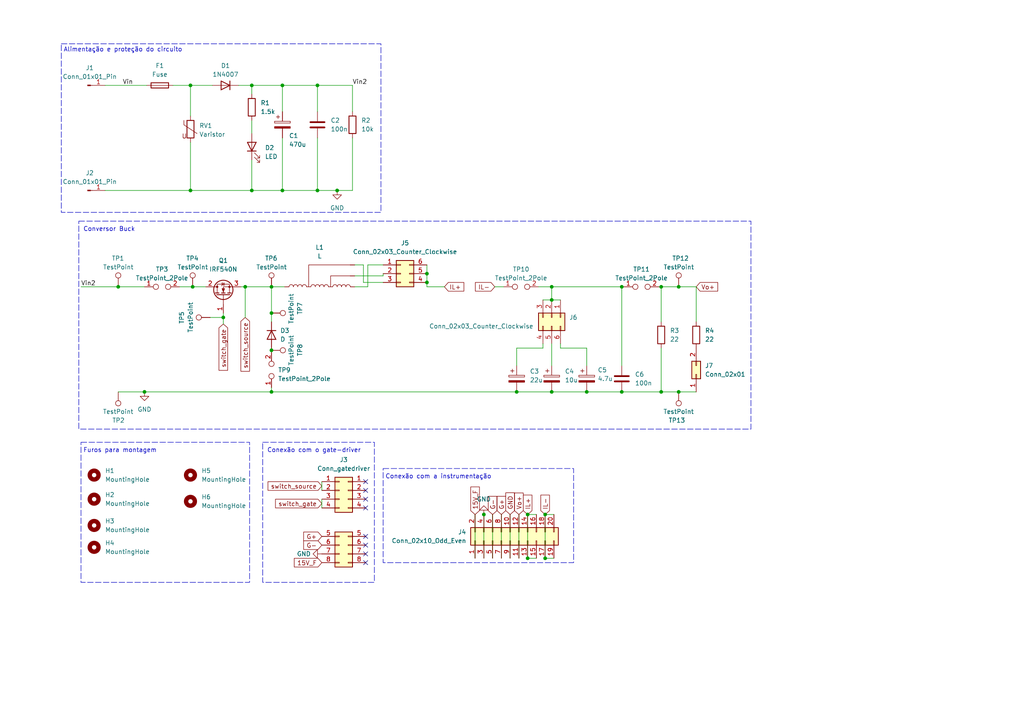
<source format=kicad_sch>
(kicad_sch (version 20230121) (generator eeschema)
  (paper "A4")
  (lib_symbols
    (symbol "Conn_gate_driver_1" (pin_names (offset 1.016) hide)
      (property "Reference" "J" (at 1.27 5.08 0))
      (property "Value" "Conn_gatedriver" (at 1.27 -7.62 0))
      (symbol "Conn_gate_driver_1_1_1"
        (rectangle (start -1.27 -4.953) (end 0 -5.207) (stroke (width 0.1524)))
        (rectangle (start -1.27 -2.413) (end 0 -2.667) (stroke (width 0.1524)))
        (rectangle (start -1.27 0.127) (end 0 -0.127) (stroke (width 0.1524)))
        (rectangle (start -1.27 2.667) (end 0 2.413) (stroke (width 0.1524)))
        (rectangle (start -1.27 3.81) (end 3.81 -6.35) (stroke (width 0.254)) (fill (type background)))
        (rectangle (start -1.27 10.922) (end 0 10.668) (stroke (width 0.1524)))
        (rectangle (start -1.27 13.462) (end 0 13.208) (stroke (width 0.1524)))
        (rectangle (start -1.27 16.002) (end 0 15.748) (stroke (width 0.1524)))
        (rectangle (start -1.27 18.542) (end 0 18.288) (stroke (width 0.1524)))
        (rectangle (start -1.27 19.685) (end 3.81 9.525) (stroke (width 0.254)) (fill (type background)))
        (rectangle (start 3.81 -4.953) (end 2.54 -5.207) (stroke (width 0.1524)))
        (rectangle (start 3.81 -2.413) (end 2.54 -2.667) (stroke (width 0.1524)))
        (rectangle (start 3.81 0.127) (end 2.54 -0.127) (stroke (width 0.1524)))
        (rectangle (start 3.81 2.667) (end 2.54 2.413) (stroke (width 0.1524)))
        (rectangle (start 3.81 10.922) (end 2.54 10.668) (stroke (width 0.1524)))
        (rectangle (start 3.81 13.462) (end 2.54 13.208) (stroke (width 0.1524)))
        (rectangle (start 3.81 16.002) (end 2.54 15.748) (stroke (width 0.1524)))
        (rectangle (start 3.81 18.542) (end 2.54 18.288) (stroke (width 0.1524)))
        (pin passive line (at -5.08 18.415 0) (length 3.81) (name "Pin_1") (number "1"))
        (pin passive line (at 7.62 18.415 180) (length 3.81) (name "Pin_2") (number "1"))
        (pin passive line (at -5.08 15.875 0) (length 3.81) (name "Pin_3") (number "2"))
        (pin passive line (at 7.62 15.875 180) (length 3.81) (name "Pin_4") (number "2"))
        (pin passive line (at -5.08 13.335 0) (length 3.81) (name "Pin_5") (number "3"))
        (pin passive line (at 7.62 13.335 180) (length 3.81) (name "Pin_6") (number "3"))
        (pin passive line (at -5.08 10.795 0) (length 3.81) (name "Pin_7") (number "4"))
        (pin passive line (at 7.62 10.795 180) (length 3.81) (name "Pin_8") (number "4"))
        (pin passive line (at 7.62 2.54 180) (length 3.81) (name "Pin_10") (number "5"))
        (pin passive line (at -5.08 2.54 0) (length 3.81) (name "Pin_9") (number "5"))
        (pin passive line (at -5.08 0 0) (length 3.81) (name "Pin_11") (number "6"))
        (pin passive line (at 7.62 0 180) (length 3.81) (name "Pin_12") (number "6"))
        (pin passive line (at -5.08 -2.54 0) (length 3.81) (name "Pin_13") (number "7"))
        (pin passive line (at 7.62 -2.54 180) (length 3.81) (name "Pin_14") (number "7"))
        (pin passive line (at -5.08 -5.08 0) (length 3.81) (name "Pin_15") (number "8"))
        (pin passive line (at 7.62 -5.08 180) (length 3.81) (name "Pin_16") (number "8"))
      )
    )
    (symbol "Connector:Conn_01x01_Pin" (pin_names (offset 1.016) hide)
      (property "Reference" "J" (at 0 2.54 0))
      (property "Value" "Conn_01x01_Pin" (at 0 -2.54 0))
      (symbol "Conn_01x01_Pin_1_1"
        (polyline (pts (xy 1.27 0) (xy 0.8636 0)) (stroke (width 0.1524)))
        (rectangle (start 0.8636 0.127) (end 0 -0.127) (stroke (width 0.1524)) (fill (type outline)))
        (pin passive line (at 5.08 0 180) (length 3.81) (name "Pin_1") (number "1"))
      )
    )
    (symbol "Connector:TestPoint" (pin_numbers hide) (pin_names (offset 0.762) hide)
      (property "Reference" "TP" (at 0 6.858 0))
      (property "Value" "TestPoint" (at 0 5.08 0))
      (symbol "TestPoint_0_1"
        (circle (center 0 3.302) (radius 0.762))
      )
      (symbol "TestPoint_1_1"
        (pin passive line (at 0 0 90) (length 2.54) (name "1") (number "1"))
      )
    )
    (symbol "Connector:TestPoint_2Pole" (pin_names (offset 0.762) hide)
      (property "Reference" "TP" (at 0 1.524 0))
      (property "Value" "TestPoint_2Pole" (at 0 -1.778 0))
      (symbol "TestPoint_2Pole_0_1"
        (circle (center -1.778 0) (radius 0.762))
        (circle (center 1.778 0) (radius 0.762))
        (pin passive line (at -5.08 0 0) (length 2.54) (name "1") (number "1"))
        (pin passive line (at 5.08 0 180) (length 2.54) (name "2") (number "2"))
      )
    )
    (symbol "Connector_Generic:Conn_02x01" (pin_names (offset 1.016) hide)
      (property "Reference" "J" (at 1.27 2.54 0))
      (property "Value" "Conn_02x01" (at 1.27 -2.54 0))
      (symbol "Conn_02x01_1_1"
        (rectangle (start -1.27 0.127) (end 0 -0.127) (stroke (width 0.1524)))
        (rectangle (start -1.27 1.27) (end 3.81 -1.27) (stroke (width 0.254)) (fill (type background)))
        (rectangle (start 3.81 0.127) (end 2.54 -0.127) (stroke (width 0.1524)))
        (pin passive line (at -5.08 0 0) (length 3.81) (name "Pin_1") (number "1"))
        (pin passive line (at 7.62 0 180) (length 3.81) (name "Pin_2") (number "2"))
      )
    )
    (symbol "Connector_Generic:Conn_02x03_Counter_Clockwise" (pin_names (offset 1.016) hide)
      (property "Reference" "J" (at 1.27 5.08 0))
      (property "Value" "Conn_02x03_Counter_Clockwise" (at 1.27 -5.08 0))
      (symbol "Conn_02x03_Counter_Clockwise_1_1"
        (rectangle (start -1.27 -2.413) (end 0 -2.667) (stroke (width 0.1524)))
        (rectangle (start -1.27 0.127) (end 0 -0.127) (stroke (width 0.1524)))
        (rectangle (start -1.27 2.667) (end 0 2.413) (stroke (width 0.1524)))
        (rectangle (start -1.27 3.81) (end 3.81 -3.81) (stroke (width 0.254)) (fill (type background)))
        (rectangle (start 3.81 -2.413) (end 2.54 -2.667) (stroke (width 0.1524)))
        (rectangle (start 3.81 0.127) (end 2.54 -0.127) (stroke (width 0.1524)))
        (rectangle (start 3.81 2.667) (end 2.54 2.413) (stroke (width 0.1524)))
        (pin passive line (at -5.08 2.54 0) (length 3.81) (name "Pin_1") (number "1"))
        (pin passive line (at -5.08 0 0) (length 3.81) (name "Pin_2") (number "2"))
        (pin passive line (at -5.08 -2.54 0) (length 3.81) (name "Pin_3") (number "3"))
        (pin passive line (at 7.62 -2.54 180) (length 3.81) (name "Pin_4") (number "4"))
        (pin passive line (at 7.62 0 180) (length 3.81) (name "Pin_5") (number "5"))
        (pin passive line (at 7.62 2.54 180) (length 3.81) (name "Pin_6") (number "6"))
      )
    )
    (symbol "Connector_Generic:Conn_02x10_Odd_Even" (pin_names (offset 1.016) hide)
      (property "Reference" "J" (at 1.27 12.7 0))
      (property "Value" "Conn_02x10_Odd_Even" (at 1.27 -15.24 0))
      (symbol "Conn_02x10_Odd_Even_1_1"
        (rectangle (start -1.27 -12.573) (end 0 -12.827) (stroke (width 0.1524)))
        (rectangle (start -1.27 -10.033) (end 0 -10.287) (stroke (width 0.1524)))
        (rectangle (start -1.27 -7.493) (end 0 -7.747) (stroke (width 0.1524)))
        (rectangle (start -1.27 -4.953) (end 0 -5.207) (stroke (width 0.1524)))
        (rectangle (start -1.27 -2.413) (end 0 -2.667) (stroke (width 0.1524)))
        (rectangle (start -1.27 0.127) (end 0 -0.127) (stroke (width 0.1524)))
        (rectangle (start -1.27 2.667) (end 0 2.413) (stroke (width 0.1524)))
        (rectangle (start -1.27 5.207) (end 0 4.953) (stroke (width 0.1524)))
        (rectangle (start -1.27 7.747) (end 0 7.493) (stroke (width 0.1524)))
        (rectangle (start -1.27 10.287) (end 0 10.033) (stroke (width 0.1524)))
        (rectangle (start -1.27 11.43) (end 3.81 -13.97) (stroke (width 0.254)) (fill (type background)))
        (rectangle (start 3.81 -12.573) (end 2.54 -12.827) (stroke (width 0.1524)))
        (rectangle (start 3.81 -10.033) (end 2.54 -10.287) (stroke (width 0.1524)))
        (rectangle (start 3.81 -7.493) (end 2.54 -7.747) (stroke (width 0.1524)))
        (rectangle (start 3.81 -4.953) (end 2.54 -5.207) (stroke (width 0.1524)))
        (rectangle (start 3.81 -2.413) (end 2.54 -2.667) (stroke (width 0.1524)))
        (rectangle (start 3.81 0.127) (end 2.54 -0.127) (stroke (width 0.1524)))
        (rectangle (start 3.81 2.667) (end 2.54 2.413) (stroke (width 0.1524)))
        (rectangle (start 3.81 5.207) (end 2.54 4.953) (stroke (width 0.1524)))
        (rectangle (start 3.81 7.747) (end 2.54 7.493) (stroke (width 0.1524)))
        (rectangle (start 3.81 10.287) (end 2.54 10.033) (stroke (width 0.1524)))
        (pin passive line (at -5.08 10.16 0) (length 3.81) (name "Pin_1") (number "1"))
        (pin passive line (at 7.62 0 180) (length 3.81) (name "Pin_10") (number "10"))
        (pin passive line (at -5.08 -2.54 0) (length 3.81) (name "Pin_11") (number "11"))
        (pin passive line (at 7.62 -2.54 180) (length 3.81) (name "Pin_12") (number "12"))
        (pin passive line (at -5.08 -5.08 0) (length 3.81) (name "Pin_13") (number "13"))
        (pin passive line (at 7.62 -5.08 180) (length 3.81) (name "Pin_14") (number "14"))
        (pin passive line (at -5.08 -7.62 0) (length 3.81) (name "Pin_15") (number "15"))
        (pin passive line (at 7.62 -7.62 180) (length 3.81) (name "Pin_16") (number "16"))
        (pin passive line (at -5.08 -10.16 0) (length 3.81) (name "Pin_17") (number "17"))
        (pin passive line (at 7.62 -10.16 180) (length 3.81) (name "Pin_18") (number "18"))
        (pin passive line (at -5.08 -12.7 0) (length 3.81) (name "Pin_19") (number "19"))
        (pin passive line (at 7.62 10.16 180) (length 3.81) (name "Pin_2") (number "2"))
        (pin passive line (at 7.62 -12.7 180) (length 3.81) (name "Pin_20") (number "20"))
        (pin passive line (at -5.08 7.62 0) (length 3.81) (name "Pin_3") (number "3"))
        (pin passive line (at 7.62 7.62 180) (length 3.81) (name "Pin_4") (number "4"))
        (pin passive line (at -5.08 5.08 0) (length 3.81) (name "Pin_5") (number "5"))
        (pin passive line (at 7.62 5.08 180) (length 3.81) (name "Pin_6") (number "6"))
        (pin passive line (at -5.08 2.54 0) (length 3.81) (name "Pin_7") (number "7"))
        (pin passive line (at 7.62 2.54 180) (length 3.81) (name "Pin_8") (number "8"))
        (pin passive line (at -5.08 0 0) (length 3.81) (name "Pin_9") (number "9"))
      )
    )
    (symbol "Device:C" (pin_numbers hide) (pin_names (offset 0.254))
      (property "Reference" "C" (at 0.635 2.54 0))
      (property "Value" "C" (at 0.635 -2.54 0))
      (symbol "C_0_1"
        (polyline (pts (xy -2.032 -0.762) (xy 2.032 -0.762)) (stroke (width 0.508)))
        (polyline (pts (xy -2.032 0.762) (xy 2.032 0.762)) (stroke (width 0.508)))
      )
      (symbol "C_1_1"
        (pin passive line (at 0 3.81 270) (length 2.794) (name "~") (number "1"))
        (pin passive line (at 0 -3.81 90) (length 2.794) (name "~") (number "2"))
      )
    )
    (symbol "Device:C_Polarized" (pin_numbers hide) (pin_names (offset 0.254))
      (property "Reference" "C" (at 0.635 2.54 0))
      (property "Value" "C_Polarized" (at 0.635 -2.54 0))
      (symbol "C_Polarized_0_1"
        (rectangle (start -2.286 0.508) (end 2.286 1.016))
        (polyline (pts (xy -1.778 2.286) (xy -0.762 2.286)))
        (polyline (pts (xy -1.27 2.794) (xy -1.27 1.778)))
        (rectangle (start 2.286 -0.508) (end -2.286 -1.016) (fill (type outline)))
      )
      (symbol "C_Polarized_1_1"
        (pin passive line (at 0 3.81 270) (length 2.794) (name "~") (number "1"))
        (pin passive line (at 0 -3.81 90) (length 2.794) (name "~") (number "2"))
      )
    )
    (symbol "Device:D" (pin_numbers hide) (pin_names (offset 1.016) hide)
      (property "Reference" "D" (at 0 2.54 0))
      (property "Value" "D" (at 0 -2.54 0))
      (symbol "D_0_1"
        (polyline (pts (xy -1.27 1.27) (xy -1.27 -1.27)) (stroke (width 0.254)))
        (polyline (pts (xy 1.27 0) (xy -1.27 0)))
        (polyline (pts (xy 1.27 1.27) (xy 1.27 -1.27) (xy -1.27 0) (xy 1.27 1.27)) (stroke (width 0.254)))
      )
      (symbol "D_1_1"
        (pin passive line (at -3.81 0 0) (length 2.54) (name "K") (number "1"))
        (pin passive line (at 3.81 0 180) (length 2.54) (name "A") (number "2"))
      )
    )
    (symbol "Device:Fuse" (pin_numbers hide) (pin_names (offset 0))
      (property "Reference" "F" (at 2.032 0 90))
      (property "Value" "Fuse" (at -1.905 0 90))
      (symbol "Fuse_0_1"
        (rectangle (start -0.762 -2.54) (end 0.762 2.54) (stroke (width 0.254)))
        (polyline (pts (xy 0 2.54) (xy 0 -2.54)))
      )
      (symbol "Fuse_1_1"
        (pin passive line (at 0 3.81 270) (length 1.27) (name "~") (number "1"))
        (pin passive line (at 0 -3.81 90) (length 1.27) (name "~") (number "2"))
      )
    )
    (symbol "Device:LED" (pin_numbers hide) (pin_names (offset 1.016) hide)
      (property "Reference" "D" (at 0 2.54 0))
      (property "Value" "LED" (at 0 -2.54 0))
      (symbol "LED_0_1"
        (polyline (pts (xy -1.27 -1.27) (xy -1.27 1.27)) (stroke (width 0.254)))
        (polyline (pts (xy -1.27 0) (xy 1.27 0)))
        (polyline (pts (xy 1.27 -1.27) (xy 1.27 1.27) (xy -1.27 0) (xy 1.27 -1.27)) (stroke (width 0.254)))
        (polyline (pts (xy -3.048 -0.762) (xy -4.572 -2.286) (xy -3.81 -2.286) (xy -4.572 -2.286) (xy -4.572 -1.524)))
        (polyline (pts (xy -1.778 -0.762) (xy -3.302 -2.286) (xy -2.54 -2.286) (xy -3.302 -2.286) (xy -3.302 -1.524)))
      )
      (symbol "LED_1_1"
        (pin passive line (at -3.81 0 0) (length 2.54) (name "K") (number "1"))
        (pin passive line (at 3.81 0 180) (length 2.54) (name "A") (number "2"))
      )
    )
    (symbol "Device:R" (pin_numbers hide) (pin_names (offset 0))
      (property "Reference" "R" (at 2.032 0 90))
      (property "Value" "R" (at 0 0 90))
      (symbol "R_0_1"
        (rectangle (start -1.016 -2.54) (end 1.016 2.54) (stroke (width 0.254)))
      )
      (symbol "R_1_1"
        (pin passive line (at 0 3.81 270) (length 1.27) (name "~") (number "1"))
        (pin passive line (at 0 -3.81 90) (length 1.27) (name "~") (number "2"))
      )
    )
    (symbol "Device:Varistor" (pin_numbers hide) (pin_names (offset 0))
      (property "Reference" "RV" (at 3.175 0 90))
      (property "Value" "Varistor" (at -3.175 0 90))
      (symbol "Varistor_0_0"
        (text "U" (at -1.778 -2.032 0) (effects (font (size 1.27 1.27))))
      )
      (symbol "Varistor_0_1"
        (rectangle (start -1.016 -2.54) (end 1.016 2.54) (stroke (width 0.254)))
        (polyline (pts (xy -1.905 2.54) (xy -1.905 1.27) (xy 1.905 -1.27)))
      )
      (symbol "Varistor_1_1"
        (pin passive line (at 0 3.81 270) (length 1.27) (name "~") (number "1"))
        (pin passive line (at 0 -3.81 90) (length 1.27) (name "~") (number "2"))
      )
    )
    (symbol "Diode:1N4007" (pin_numbers hide) (pin_names (offset 1.016) hide)
      (property "Reference" "D" (at 0 2.54 0))
      (property "Value" "1N4007" (at 0 -2.54 0))
      (symbol "1N4007_0_1"
        (polyline (pts (xy -1.27 1.27) (xy -1.27 -1.27)) (stroke (width 0.254)))
        (polyline (pts (xy 1.27 0) (xy -1.27 0)))
        (polyline (pts (xy 1.27 1.27) (xy 1.27 -1.27) (xy -1.27 0) (xy 1.27 1.27)) (stroke (width 0.254)))
      )
      (symbol "1N4007_1_1"
        (pin passive line (at -3.81 0 0) (length 2.54) (name "K") (number "1"))
        (pin passive line (at 3.81 0 180) (length 2.54) (name "A") (number "2"))
      )
    )
    (symbol "Mechanical:MountingHole" (pin_names (offset 1.016))
      (property "Reference" "H" (at 0 5.08 0))
      (property "Value" "MountingHole" (at 0 3.175 0))
      (symbol "MountingHole_0_1"
        (circle (center 0 0) (radius 1.27) (stroke (width 1.27)))
      )
    )
    (symbol "New_Library:L_triple" (pin_numbers hide) (pin_names (offset 1.016) hide)
      (property "Reference" "L" (at -1.27 0 90))
      (property "Value" "L" (at 1.905 0 90))
      (symbol "L_triple_0_1"
        (arc (start 0 -2.54) (mid 0.6323 -1.905) (end 0 -1.27))
        (arc (start 0 -1.27) (mid 0.6323 -0.635) (end 0 0))
        (polyline (pts (xy 0 2.54) (xy 0 3.81)))
        (polyline (pts (xy 0 3.175) (xy 3.175 3.175) (xy 3.175 -2.54)))
        (polyline (pts (xy 0 8.89) (xy 0 10.16) (xy 0 9.525)))
        (polyline (pts (xy 0 9.525) (xy 6.35 9.525) (xy 6.35 -2.54)))
        (arc (start 0 0) (mid 0.6323 0.635) (end 0 1.27))
        (arc (start 0 1.27) (mid 0.6323 1.905) (end 0 2.54))
        (arc (start 0.0027 3.81) (mid 0.635 4.445) (end 0.0027 5.08))
        (arc (start 0.0027 5.08) (mid 0.635 5.715) (end 0.0027 6.35))
        (arc (start 0.0027 6.35) (mid 0.635 6.985) (end 0.0027 7.62))
        (arc (start 0.0027 7.62) (mid 0.635 8.255) (end 0.0027 8.89))
        (arc (start 0.0027 10.16) (mid 0.635 10.795) (end 0.0027 11.43))
        (arc (start 0.0027 11.43) (mid 0.635 12.065) (end 0.0027 12.7))
        (arc (start 0.0027 12.7) (mid 0.635 13.335) (end 0.0027 13.97))
        (arc (start 0.0027 13.97) (mid 0.635 14.605) (end 0.0027 15.24))
      )
      (symbol "L_triple_1_1"
        (pin passive line (at 0 16.51 270) (length 1.27) (name "1") (number "1"))
        (pin passive line (at 6.35 -3.81 90) (length 1.27) (name "2") (number "2"))
        (pin passive line (at 3.175 -3.81 90) (length 1.27) (name "3") (number "3"))
        (pin passive line (at 0 -3.81 90) (length 1.27) (name "4") (number "4"))
      )
    )
    (symbol "Transistor_FET:IRF540N" (pin_names hide)
      (property "Reference" "Q" (at 6.35 1.905 0))
      (property "Value" "IRF540N" (at 6.35 0 0))
      (symbol "IRF540N_0_1"
        (polyline (pts (xy 0.254 0) (xy -2.54 0)))
        (polyline (pts (xy 0.254 1.905) (xy 0.254 -1.905)) (stroke (width 0.254)))
        (polyline (pts (xy 0.762 -1.27) (xy 0.762 -2.286)) (stroke (width 0.254)))
        (polyline (pts (xy 0.762 0.508) (xy 0.762 -0.508)) (stroke (width 0.254)))
        (polyline (pts (xy 0.762 2.286) (xy 0.762 1.27)) (stroke (width 0.254)))
        (polyline (pts (xy 2.54 2.54) (xy 2.54 1.778)))
        (polyline (pts (xy 2.54 -2.54) (xy 2.54 0) (xy 0.762 0)))
        (polyline (pts (xy 0.762 -1.778) (xy 3.302 -1.778) (xy 3.302 1.778) (xy 0.762 1.778)))
        (polyline (pts (xy 1.016 0) (xy 2.032 0.381) (xy 2.032 -0.381) (xy 1.016 0)) (fill (type outline)))
        (polyline (pts (xy 2.794 0.508) (xy 2.921 0.381) (xy 3.683 0.381) (xy 3.81 0.254)))
        (polyline (pts (xy 3.302 0.381) (xy 2.921 -0.254) (xy 3.683 -0.254) (xy 3.302 0.381)))
        (circle (center 1.651 0) (radius 2.794) (stroke (width 0.254)))
        (circle (center 2.54 -1.778) (radius 0.254) (fill (type outline)))
        (circle (center 2.54 1.778) (radius 0.254) (fill (type outline)))
      )
      (symbol "IRF540N_1_1"
        (pin input line (at -5.08 0 0) (length 2.54) (name "G") (number "1"))
        (pin passive line (at 2.54 5.08 270) (length 2.54) (name "D") (number "2"))
        (pin passive line (at 2.54 -5.08 90) (length 2.54) (name "S") (number "3"))
      )
    )
    (symbol "power:GND" (power) (pin_names (offset 0))
      (property "Value" "GND" (at 0 -3.81 0))
      (symbol "GND_0_1"
        (polyline (pts (xy 0 0) (xy 0 -1.27) (xy 1.27 -1.27) (xy 0 -2.54) (xy -1.27 -1.27) (xy 0 -1.27)))
      )
      (symbol "GND_1_1"
        (pin power_in line (at 0 0 270) (length 0) hide (name "GND") (number "1"))
      )
    )
  )
  (junction (at 160.02 86.995))
  (junction (at 170.18 113.665))
  (junction (at 160.02 113.665))
  (junction (at 71.12 83.185))
  (junction (at 191.77 113.665))
  (junction (at 158.115 161.925))
  (junction (at 92.075 55.245))
  (junction (at 78.74 101.6))
  (junction (at 160.02 83.185))
  (junction (at 34.29 83.185))
  (junction (at 55.88 83.185))
  (junction (at 153.035 161.925))
  (junction (at 149.86 113.665))
  (junction (at 78.74 90.805))
  (junction (at 92.075 24.765))
  (junction (at 140.335 149.225))
  (junction (at 196.85 113.665))
  (junction (at 81.915 55.245))
  (junction (at 55.245 24.765))
  (junction (at 55.245 55.245))
  (junction (at 123.825 81.915))
  (junction (at 180.34 83.185))
  (junction (at 97.79 55.245))
  (junction (at 123.825 79.375))
  (junction (at 78.74 83.185))
  (junction (at 78.74 113.665))
  (junction (at 73.025 55.245))
  (junction (at 41.91 113.665))
  (junction (at 64.77 92.075))
  (junction (at 73.025 24.765))
  (junction (at 196.85 83.185))
  (junction (at 153.035 149.225))
  (junction (at 191.77 83.185))
  (junction (at 180.34 113.665))
  (junction (at 158.115 149.225))
  (junction (at 81.915 24.765))
  (no_connect (at 106.045 147.32))
  (no_connect (at 106.045 139.7))
  (no_connect (at 106.045 142.24))
  (no_connect (at 106.045 158.115))
  (no_connect (at 106.045 160.655))
  (no_connect (at 106.045 144.78))
  (no_connect (at 106.045 163.195))
  (no_connect (at 106.045 155.575))
  (wire (pts (xy 191.77 100.965) (xy 191.77 113.665)))
  (wire (pts (xy 102.235 32.385) (xy 102.235 24.765)))
  (wire (pts (xy 69.85 83.185) (xy 71.12 83.185)))
  (wire (pts (xy 73.025 55.245) (xy 55.245 55.245)))
  (wire (pts (xy 123.825 81.915) (xy 123.825 83.185)))
  (wire (pts (xy 111.125 76.835) (xy 106.68 76.835)))
  (wire (pts (xy 55.245 24.765) (xy 61.595 24.765)))
  (wire (pts (xy 71.12 83.185) (xy 78.74 83.185)))
  (wire (pts (xy 160.02 99.695) (xy 160.02 106.045)))
  (wire (pts (xy 23.495 83.185) (xy 34.29 83.185)))
  (wire (pts (xy 30.48 24.765) (xy 42.545 24.765)))
  (wire (pts (xy 147.955 149.225) (xy 147.955 161.925)))
  (wire (pts (xy 92.075 55.245) (xy 81.915 55.245)))
  (wire (pts (xy 50.165 24.765) (xy 55.245 24.765)))
  (wire (pts (xy 78.74 100.965) (xy 78.74 101.6)))
  (wire (pts (xy 73.025 24.765) (xy 73.025 27.305)))
  (wire (pts (xy 145.415 149.225) (xy 145.415 161.925)))
  (wire (pts (xy 41.91 113.665) (xy 78.74 113.665)))
  (wire (pts (xy 149.86 100.965) (xy 149.86 106.045)))
  (wire (pts (xy 201.93 83.185) (xy 201.93 93.345)))
  (wire (pts (xy 81.915 40.005) (xy 81.915 55.245)))
  (wire (pts (xy 102.87 80.01) (xy 111.125 80.01)))
  (wire (pts (xy 191.77 113.665) (xy 180.34 113.665)))
  (wire (pts (xy 64.77 93.98) (xy 64.77 92.075)))
  (wire (pts (xy 78.74 113.665) (xy 149.86 113.665)))
  (wire (pts (xy 123.825 81.915) (xy 123.825 79.375)))
  (wire (pts (xy 64.77 92.075) (xy 64.77 90.805)))
  (wire (pts (xy 150.495 149.225) (xy 150.495 161.925)))
  (wire (pts (xy 102.235 55.245) (xy 97.79 55.245)))
  (wire (pts (xy 78.74 83.185) (xy 82.55 83.185)))
  (wire (pts (xy 123.825 76.835) (xy 123.825 79.375)))
  (wire (pts (xy 78.74 112.395) (xy 78.74 113.665)))
  (wire (pts (xy 160.02 113.665) (xy 170.18 113.665)))
  (wire (pts (xy 81.915 55.245) (xy 73.025 55.245)))
  (wire (pts (xy 93.345 139.7) (xy 93.345 142.24)))
  (wire (pts (xy 73.025 34.925) (xy 73.025 38.735)))
  (wire (pts (xy 158.115 149.225) (xy 160.655 149.225)))
  (wire (pts (xy 160.02 83.185) (xy 180.34 83.185)))
  (wire (pts (xy 81.915 24.765) (xy 73.025 24.765)))
  (wire (pts (xy 153.035 149.225) (xy 155.575 149.225)))
  (wire (pts (xy 60.96 92.075) (xy 64.77 92.075)))
  (wire (pts (xy 81.915 32.385) (xy 81.915 24.765)))
  (wire (pts (xy 153.035 149.225) (xy 153.035 161.925)))
  (wire (pts (xy 97.79 55.245) (xy 92.075 55.245)))
  (wire (pts (xy 156.21 83.185) (xy 160.02 83.185)))
  (wire (pts (xy 170.18 100.965) (xy 162.56 100.965)))
  (wire (pts (xy 137.795 149.225) (xy 137.795 161.925)))
  (wire (pts (xy 52.07 83.185) (xy 55.88 83.185)))
  (wire (pts (xy 191.77 83.185) (xy 196.85 83.185)))
  (wire (pts (xy 34.29 113.665) (xy 41.91 113.665)))
  (wire (pts (xy 106.68 83.185) (xy 102.87 83.185)))
  (wire (pts (xy 191.135 83.185) (xy 191.77 83.185)))
  (wire (pts (xy 102.235 40.005) (xy 102.235 55.245)))
  (wire (pts (xy 30.48 55.245) (xy 55.245 55.245)))
  (wire (pts (xy 158.115 149.225) (xy 158.115 161.925)))
  (wire (pts (xy 92.075 40.005) (xy 92.075 55.245)))
  (wire (pts (xy 180.34 83.185) (xy 180.975 83.185)))
  (wire (pts (xy 201.93 113.665) (xy 196.85 113.665)))
  (wire (pts (xy 92.075 24.765) (xy 81.915 24.765)))
  (wire (pts (xy 196.85 113.665) (xy 191.77 113.665)))
  (wire (pts (xy 191.77 83.185) (xy 191.77 93.345)))
  (wire (pts (xy 143.51 83.185) (xy 146.05 83.185)))
  (wire (pts (xy 170.18 106.045) (xy 170.18 100.965)))
  (wire (pts (xy 106.68 76.835) (xy 106.68 83.185)))
  (wire (pts (xy 102.235 24.765) (xy 92.075 24.765)))
  (wire (pts (xy 111.125 80.01) (xy 111.125 79.375)))
  (wire (pts (xy 71.12 83.185) (xy 71.12 92.075)))
  (wire (pts (xy 55.245 41.275) (xy 55.245 55.245)))
  (wire (pts (xy 157.48 100.965) (xy 157.48 99.695)))
  (wire (pts (xy 149.86 100.965) (xy 157.48 100.965)))
  (wire (pts (xy 160.02 86.995) (xy 162.56 86.995)))
  (wire (pts (xy 170.18 113.665) (xy 180.34 113.665)))
  (wire (pts (xy 160.02 83.185) (xy 160.02 86.995)))
  (wire (pts (xy 102.87 76.835) (xy 105.41 76.835)))
  (wire (pts (xy 55.88 83.185) (xy 59.69 83.185)))
  (wire (pts (xy 69.215 24.765) (xy 73.025 24.765)))
  (wire (pts (xy 162.56 99.695) (xy 162.56 100.965)))
  (wire (pts (xy 196.85 83.185) (xy 201.93 83.185)))
  (wire (pts (xy 34.29 83.185) (xy 41.91 83.185)))
  (wire (pts (xy 140.335 149.225) (xy 140.335 161.925)))
  (wire (pts (xy 123.825 83.185) (xy 128.905 83.185)))
  (wire (pts (xy 157.48 86.995) (xy 160.02 86.995)))
  (wire (pts (xy 158.115 161.925) (xy 160.655 161.925)))
  (wire (pts (xy 149.86 113.665) (xy 160.02 113.665)))
  (wire (pts (xy 93.345 144.78) (xy 93.345 147.32)))
  (wire (pts (xy 142.875 149.225) (xy 142.875 161.925)))
  (wire (pts (xy 73.025 46.355) (xy 73.025 55.245)))
  (wire (pts (xy 105.41 76.835) (xy 105.41 81.915)))
  (wire (pts (xy 105.41 81.915) (xy 111.125 81.915)))
  (wire (pts (xy 78.74 101.6) (xy 78.74 102.235)))
  (wire (pts (xy 55.245 24.765) (xy 55.245 33.655)))
  (wire (pts (xy 180.34 106.045) (xy 180.34 83.185)))
  (wire (pts (xy 78.74 83.185) (xy 78.74 90.805)))
  (wire (pts (xy 78.74 90.805) (xy 78.74 93.345)))
  (wire (pts (xy 153.035 161.925) (xy 155.575 161.925)))
  (wire (pts (xy 92.075 32.385) (xy 92.075 24.765)))
  (rectangle (start 17.78 12.7) (end 110.49 61.595) (stroke (width 0) (type dash)))
  (rectangle (start 23.495 128.27) (end 72.39 168.91) (stroke (width 0) (type dash)))
  (rectangle (start 111.125 135.89) (end 166.37 163.195) (stroke (width 0) (type dash)))
  (rectangle (start 22.86 64.135) (end 217.805 124.46) (stroke (width 0) (type dash)))
  (rectangle (start 76.2 128.27) (end 108.585 168.91) (stroke (width 0) (type dash)))
  (text "Conversor Buck" (at 24.13 67.31 0) (effects (font (size 1.27 1.27)) (justify left bottom)))
  (text "Conexão com o gate-driver" (at 77.47 131.445 0) (effects (font (size 1.27 1.27)) (justify left bottom)))
  (text "Alimentação e proteção do circuito" (at 18.415 15.24 0) (effects (font (size 1.27 1.27)) (justify left bottom)))
  (text "Furos para montagem" (at 24.13 131.445 0) (effects (font (size 1.27 1.27)) (justify left bottom)))
  (text "Conexão com a instrumentação" (at 111.76 139.065 0) (effects (font (size 1.27 1.27)) (justify left bottom)))
  (label "Vin" (at 35.56 24.765 0))
  (label "Vin2" (at 102.235 24.765 0))
  (label "Vin2" (at 23.495 83.185 0))
  (global_label "Vo+" (shape input) (at 201.93 83.185 0) (property "Intersheetrefs" "${INTERSHEET_REFS}" (effects hide)))
  (global_label "IL-" (shape input) (at 158.115 149.225 90) (property "Intersheetrefs" "${INTERSHEET_REFS}" (effects hide)))
  (global_label "switch_gate" (shape input) (at 64.77 93.98 270) (property "Intersheetrefs" "${INTERSHEET_REFS}" (effects hide)))
  (global_label "15V_F" (shape input) (at 93.345 163.195 180) (property "Intersheetrefs" "${INTERSHEET_REFS}" (effects hide)))
  (global_label "G+" (shape input) (at 145.415 149.225 90) (property "Intersheetrefs" "${INTERSHEET_REFS}" (effects hide)))
  (global_label "switch_gate" (shape input) (at 93.345 146.05 180) (property "Intersheetrefs" "${INTERSHEET_REFS}" (effects hide)))
  (global_label "switch_source" (shape input) (at 71.12 92.075 270) (property "Intersheetrefs" "${INTERSHEET_REFS}" (effects hide)))
  (global_label "GND" (shape input) (at 147.955 149.225 90) (property "Intersheetrefs" "${INTERSHEET_REFS}" (effects hide)))
  (global_label "G+" (shape input) (at 93.345 155.575 180) (property "Intersheetrefs" "${INTERSHEET_REFS}" (effects hide)))
  (global_label "IL+" (shape input) (at 153.035 149.225 90) (property "Intersheetrefs" "${INTERSHEET_REFS}" (effects hide)))
  (global_label "G-" (shape input) (at 93.345 158.115 180) (property "Intersheetrefs" "${INTERSHEET_REFS}" (effects hide)))
  (global_label "IL+" (shape input) (at 128.905 83.185 0) (property "Intersheetrefs" "${INTERSHEET_REFS}" (effects hide)))
  (global_label "Vo+" (shape input) (at 150.495 149.225 90) (property "Intersheetrefs" "${INTERSHEET_REFS}" (effects hide)))
  (global_label "IL-" (shape input) (at 143.51 83.185 180) (property "Intersheetrefs" "${INTERSHEET_REFS}" (effects hide)))
  (global_label "G-" (shape input) (at 142.875 149.225 90) (property "Intersheetrefs" "${INTERSHEET_REFS}" (effects hide)))
  (global_label "switch_source" (shape input) (at 93.345 140.97 180) (property "Intersheetrefs" "${INTERSHEET_REFS}" (effects hide)))
  (global_label "15V_F" (shape input) (at 137.795 149.225 90) (property "Intersheetrefs" "${INTERSHEET_REFS}" (effects hide)))
  (symbol (lib_id "Mechanical:MountingHole") (at 55.245 145.415 0) (unit 1)
    (property "Reference" "H6" (at 58.42 144.145 0) (effects (justify left)))
    (property "Value" "MountingHole" (at 58.42 146.685 0) (effects (justify left)))
    (property "Footprint" "Library:Furo" (effects hide))
  )
  (symbol (lib_id "Mechanical:MountingHole") (at 27.305 158.75 0) (unit 1)
    (property "Reference" "H4" (at 30.48 157.48 0) (effects (justify left)))
    (property "Value" "MountingHole" (at 30.48 160.02 0) (effects (justify left)))
    (property "Footprint" "Library:Furo" (effects hide))
  )
  (symbol (lib_id "power:GND") (at 97.79 55.245 0) (unit 1)
    (property "Reference" "#PWR02" (effects hide))
    (property "Value" "GND" (at 97.79 60.325 0))
  )
  (symbol (lib_id "New_Library:L_triple") (at 99.06 83.185 90) (unit 1)
    (property "Reference" "L1" (at 92.71 71.755 90))
    (property "Value" "L" (at 92.71 74.295 90))
    (property "Footprint" "Library:Inductor_buck" (effects hide))
  )
  (symbol (lib_id "Mechanical:MountingHole") (at 27.305 152.4 0) (unit 1)
    (property "Reference" "H3" (at 30.48 151.13 0) (effects (justify left)))
    (property "Value" "MountingHole" (at 30.48 153.67 0) (effects (justify left)))
    (property "Footprint" "Library:Furo" (effects hide))
  )
  (symbol (lib_name "Conn_gate_driver_1") (lib_id "New_Library:Conn_gate_driver") (at 98.425 158.115 0) (unit 1)
    (property "Reference" "J3" (at 99.695 133.35 0))
    (property "Value" "Conn_gatedriver" (at 99.695 135.89 0))
    (property "Footprint" "Library:GateDriver" (effects hide))
  )
  (symbol (lib_id "Connector_Generic:Conn_02x10_Odd_Even") (at 147.955 156.845 90) (unit 1)
    (property "Reference" "J4" (at 135.255 154.305 90) (effects (justify left)))
    (property "Value" "Conn_02x10_Odd_Even" (at 135.255 156.845 90) (effects (justify left)))
    (property "Footprint" "Connector_PinSocket_2.54mm:PinSocket_2x10_P2.54mm_Horizontal" (effects hide))
  )
  (symbol (lib_id "Device:C") (at 92.075 36.195 0) (unit 1)
    (property "Reference" "C2" (at 95.885 34.9249 0) (effects (justify left)))
    (property "Value" "100n" (at 95.885 37.4649 0) (effects (justify left)))
    (property "Footprint" "Capacitor_THT:C_Disc_D5.0mm_W2.5mm_P5.00mm" (effects hide))
  )
  (symbol (lib_id "Device:D") (at 78.74 97.155 270) (unit 1)
    (property "Reference" "D3" (at 81.28 95.885 90) (effects (justify left)))
    (property "Value" "D" (at 81.28 98.425 90) (effects (justify left)))
    (property "Footprint" "Package_TO_SOT_THT:TO-220-2_Horizontal_TabDown" (effects hide))
    (property "Sim.Device" "D" (effects hide))
    (property "Sim.Pins" "1=K 2=A" (effects hide))
  )
  (symbol (lib_id "Mechanical:MountingHole") (at 55.245 137.795 0) (unit 1)
    (property "Reference" "H5" (at 58.42 136.525 0) (effects (justify left)))
    (property "Value" "MountingHole" (at 58.42 139.065 0) (effects (justify left)))
    (property "Footprint" "Library:Furo" (effects hide))
  )
  (symbol (lib_id "Connector_Generic:Conn_02x03_Counter_Clockwise") (at 160.02 92.075 270) (unit 1)
    (property "Reference" "J6" (at 165.1 92.0749 90) (effects (justify left)))
    (property "Value" "Conn_02x03_Counter_Clockwise" (at 124.46 94.615 90) (effects (justify left)))
    (property "Footprint" "Connector_PinHeader_2.54mm:PinHeader_2x03_P2.54mm_Vertical" (effects hide))
  )
  (symbol (lib_id "Connector:TestPoint") (at 78.74 101.6 270) (unit 1)
    (property "Reference" "TP8" (at 86.995 99.695 0) (effects (justify left)))
    (property "Value" "TestPoint" (at 84.455 97.155 0) (effects (justify left)))
    (property "Footprint" "TestPoint:TestPoint_Loop_D2.60mm_Drill1.6mm_Beaded" (effects hide))
  )
  (symbol (lib_id "Connector:TestPoint") (at 60.96 92.075 90) (unit 1)
    (property "Reference" "TP5" (at 52.705 93.98 0) (effects (justify left)))
    (property "Value" "TestPoint" (at 55.245 96.52 0) (effects (justify left)))
    (property "Footprint" "TestPoint:TestPoint_Loop_D2.60mm_Drill1.6mm_Beaded" (effects hide))
  )
  (symbol (lib_id "Connector:TestPoint") (at 34.29 113.665 180) (unit 1)
    (property "Reference" "TP2" (at 36.195 121.92 0) (effects (justify left)))
    (property "Value" "TestPoint" (at 38.735 119.38 0) (effects (justify left)))
    (property "Footprint" "TestPoint:TestPoint_Loop_D2.60mm_Drill1.6mm_Beaded" (effects hide))
  )
  (symbol (lib_id "Connector:TestPoint") (at 196.85 83.185 0) (unit 1)
    (property "Reference" "TP12" (at 194.945 74.93 0) (effects (justify left)))
    (property "Value" "TestPoint" (at 192.405 77.47 0) (effects (justify left)))
    (property "Footprint" "TestPoint:TestPoint_Loop_D2.60mm_Drill1.6mm_Beaded" (effects hide))
  )
  (symbol (lib_id "Device:C_Polarized") (at 160.02 109.855 0) (unit 1)
    (property "Reference" "C4" (at 163.83 107.6959 0) (effects (justify left)))
    (property "Value" "10u" (at 163.83 110.2359 0) (effects (justify left)))
    (property "Footprint" "Capacitor_THT:CP_Radial_D5.0mm_P2.00mm" (effects hide))
  )
  (symbol (lib_id "Connector:TestPoint") (at 78.74 90.805 270) (unit 1)
    (property "Reference" "TP7" (at 86.995 87.63 0) (effects (justify left)))
    (property "Value" "TestPoint" (at 84.455 85.09 0) (effects (justify left)))
    (property "Footprint" "TestPoint:TestPoint_Loop_D2.60mm_Drill1.6mm_Beaded" (effects hide))
  )
  (symbol (lib_id "Device:Fuse") (at 46.355 24.765 90) (unit 1)
    (property "Reference" "F1" (at 46.355 19.05 90))
    (property "Value" "Fuse" (at 46.355 21.59 90))
    (property "Footprint" "Library:Fuse" (effects hide))
  )
  (symbol (lib_id "Device:R") (at 73.025 31.115 0) (unit 1)
    (property "Reference" "R1" (at 75.565 29.8449 0) (effects (justify left)))
    (property "Value" "1.5k" (at 75.565 32.3849 0) (effects (justify left)))
    (property "Footprint" "Resistor_THT:R_Axial_DIN0204_L3.6mm_D1.6mm_P7.62mm_Horizontal" (effects hide))
  )
  (symbol (lib_id "Connector:Conn_01x01_Pin") (at 25.4 55.245 0) (unit 1)
    (property "Reference" "J2" (at 26.035 50.165 0))
    (property "Value" "Conn_01x01_Pin" (at 26.035 52.705 0))
    (property "Footprint" "Connector:Banana_Jack_1Pin" (effects hide))
  )
  (symbol (lib_id "Connector:TestPoint") (at 55.88 83.185 0) (unit 1)
    (property "Reference" "TP4" (at 53.975 74.93 0) (effects (justify left)))
    (property "Value" "TestPoint" (at 51.435 77.47 0) (effects (justify left)))
    (property "Footprint" "TestPoint:TestPoint_Loop_D2.60mm_Drill1.6mm_Beaded" (effects hide))
  )
  (symbol (lib_id "Device:C_Polarized") (at 81.915 36.195 0) (unit 1)
    (property "Reference" "C1" (at 83.82 39.37 0) (effects (justify left)))
    (property "Value" "470u" (at 83.82 41.91 0) (effects (justify left)))
    (property "Footprint" "Capacitor_THT:CP_Radial_D16.0mm_P7.50mm" (effects hide))
  )
  (symbol (lib_id "power:GND") (at 93.345 160.655 270) (unit 1)
    (property "Reference" "#PWR01" (effects hide))
    (property "Value" "GND" (at 90.17 160.6549 90) (effects (justify right)))
  )
  (symbol (lib_id "Connector:TestPoint") (at 196.85 113.665 180) (unit 1)
    (property "Reference" "TP13" (at 198.755 121.92 0) (effects (justify left)))
    (property "Value" "TestPoint" (at 201.295 119.38 0) (effects (justify left)))
    (property "Footprint" "TestPoint:TestPoint_Loop_D2.60mm_Drill1.6mm_Beaded" (effects hide))
  )
  (symbol (lib_id "Diode:1N4007") (at 65.405 24.765 180) (unit 1)
    (property "Reference" "D1" (at 65.405 19.05 0))
    (property "Value" "1N4007" (at 65.405 21.59 0))
    (property "Footprint" "Diode_THT:D_DO-41_SOD81_P10.16mm_Horizontal" (effects hide))
    (property "Datasheet" "http://www.vishay.com/docs/88503/1n4001.pdf" (effects hide))
  )
  (symbol (lib_id "Connector:TestPoint_2Pole") (at 151.13 83.185 0) (unit 1)
    (property "Reference" "TP10" (at 151.13 78.105 0))
    (property "Value" "TestPoint_2Pole" (at 151.13 80.645 0))
    (property "Footprint" "Library:Testpoint_current" (effects hide))
  )
  (symbol (lib_id "Device:C_Polarized") (at 170.18 109.855 0) (unit 1)
    (property "Reference" "C5" (at 173.355 107.315 0) (effects (justify left)))
    (property "Value" "4.7u" (at 173.355 109.855 0) (effects (justify left)))
    (property "Footprint" "Capacitor_THT:CP_Radial_D5.0mm_P2.00mm" (effects hide))
  )
  (symbol (lib_id "Connector:TestPoint_2Pole") (at 186.055 83.185 0) (unit 1)
    (property "Reference" "TP11" (at 186.055 78.105 0))
    (property "Value" "TestPoint_2Pole" (at 186.055 80.645 0))
    (property "Footprint" "Library:Testpoint_current" (effects hide))
  )
  (symbol (lib_id "Transistor_FET:IRF540N") (at 64.77 85.725 90) (unit 1)
    (property "Reference" "Q1" (at 64.77 75.565 90))
    (property "Value" "IRF540N" (at 64.77 78.105 90))
    (property "Footprint" "Package_TO_SOT_THT:TO-220-3_Horizontal_TabDown" (effects hide))
    (property "Datasheet" "http://www.irf.com/product-info/datasheets/data/irf540n.pdf" (effects hide))
  )
  (symbol (lib_id "power:GND") (at 140.335 149.225 180) (unit 1)
    (property "Reference" "#PWR03" (effects hide))
    (property "Value" "GND" (at 140.335 144.78 0))
  )
  (symbol (lib_id "Device:C") (at 180.34 109.855 0) (unit 1)
    (property "Reference" "C6" (at 184.15 108.5849 0) (effects (justify left)))
    (property "Value" "100n" (at 184.15 111.1249 0) (effects (justify left)))
    (property "Footprint" "Capacitor_THT:C_Disc_D5.0mm_W2.5mm_P5.00mm" (effects hide))
  )
  (symbol (lib_id "Connector:TestPoint_2Pole") (at 46.99 83.185 0) (unit 1)
    (property "Reference" "TP3" (at 46.99 78.105 0))
    (property "Value" "TestPoint_2Pole" (at 46.99 80.645 0))
    (property "Footprint" "Library:Testpoint_current" (effects hide))
  )
  (symbol (lib_id "Connector_Generic:Conn_02x03_Counter_Clockwise") (at 116.205 79.375 0) (unit 1)
    (property "Reference" "J5" (at 117.475 70.485 0))
    (property "Value" "Conn_02x03_Counter_Clockwise" (at 117.475 73.025 0))
    (property "Footprint" "Connector_PinHeader_2.54mm:PinHeader_2x03_P2.54mm_Vertical" (effects hide))
  )
  (symbol (lib_id "Device:LED") (at 73.025 42.545 90) (unit 1)
    (property "Reference" "D2" (at 76.835 42.8624 90) (effects (justify right)))
    (property "Value" "LED" (at 76.835 45.4024 90) (effects (justify right)))
    (property "Footprint" "LED_THT:LED_D3.0mm" (effects hide))
  )
  (symbol (lib_id "Device:R") (at 191.77 97.155 0) (unit 1)
    (property "Reference" "R3" (at 194.31 95.8849 0) (effects (justify left)))
    (property "Value" "22" (at 194.31 98.4249 0) (effects (justify left)))
    (property "Footprint" "Resistor_THT:R_Axial_Power_L38.0mm_W9.0mm_P45.72mm" (effects hide))
  )
  (symbol (lib_id "Device:Varistor") (at 55.245 37.465 0) (unit 1)
    (property "Reference" "RV1" (at 57.785 36.4481 0) (effects (justify left)))
    (property "Value" "Varistor" (at 57.785 38.9881 0) (effects (justify left)))
    (property "Footprint" "Varistor:RV_Disc_D7mm_W3.4mm_P5mm" (effects hide))
  )
  (symbol (lib_id "Mechanical:MountingHole") (at 27.305 144.78 0) (unit 1)
    (property "Reference" "H2" (at 30.48 143.51 0) (effects (justify left)))
    (property "Value" "MountingHole" (at 30.48 146.05 0) (effects (justify left)))
    (property "Footprint" "Library:Furo" (effects hide))
  )
  (symbol (lib_id "power:GND") (at 41.91 113.665 0) (unit 1)
    (property "Reference" "#PWR04" (effects hide))
    (property "Value" "GND" (at 41.91 118.745 0))
  )
  (symbol (lib_id "Connector:TestPoint") (at 78.74 83.185 0) (unit 1)
    (property "Reference" "TP6" (at 76.835 74.93 0) (effects (justify left)))
    (property "Value" "TestPoint" (at 74.295 77.47 0) (effects (justify left)))
    (property "Footprint" "TestPoint:TestPoint_Loop_D2.60mm_Drill1.6mm_Beaded" (effects hide))
  )
  (symbol (lib_id "Connector:TestPoint") (at 34.29 83.185 0) (unit 1)
    (property "Reference" "TP1" (at 32.385 74.93 0) (effects (justify left)))
    (property "Value" "TestPoint" (at 29.845 77.47 0) (effects (justify left)))
    (property "Footprint" "TestPoint:TestPoint_Loop_D2.60mm_Drill1.6mm_Beaded" (effects hide))
  )
  (symbol (lib_id "Mechanical:MountingHole") (at 27.305 137.795 0) (unit 1)
    (property "Reference" "H1" (at 30.48 136.525 0) (effects (justify left)))
    (property "Value" "MountingHole" (at 30.48 139.065 0) (effects (justify left)))
    (property "Footprint" "Library:Furo" (effects hide))
  )
  (symbol (lib_id "Device:R") (at 102.235 36.195 0) (unit 1)
    (property "Reference" "R2" (at 104.775 34.9249 0) (effects (justify left)))
    (property "Value" "10k" (at 104.775 37.4649 0) (effects (justify left)))
    (property "Footprint" "Resistor_THT:R_Axial_DIN0204_L3.6mm_D1.6mm_P7.62mm_Horizontal" (effects hide))
  )
  (symbol (lib_id "Device:C_Polarized") (at 149.86 109.855 0) (unit 1)
    (property "Reference" "C3" (at 153.67 107.6959 0) (effects (justify left)))
    (property "Value" "22u" (at 153.67 110.2359 0) (effects (justify left)))
    (property "Footprint" "Capacitor_THT:CP_Radial_D6.3mm_P2.50mm" (effects hide))
  )
  (symbol (lib_id "Device:R") (at 201.93 97.155 0) (unit 1)
    (property "Reference" "R4" (at 204.47 95.8849 0) (effects (justify left)))
    (property "Value" "22" (at 204.47 98.4249 0) (effects (justify left)))
    (property "Footprint" "Resistor_THT:R_Axial_Power_L38.0mm_W9.0mm_P45.72mm" (effects hide))
  )
  (symbol (lib_id "Connector_Generic:Conn_02x01") (at 201.93 108.585 90) (unit 1)
    (property "Reference" "J7" (at 204.47 106.0449 90) (effects (justify right)))
    (property "Value" "Conn_02x01" (at 204.47 108.5849 90) (effects (justify right)))
    (property "Footprint" "Connector_PinHeader_2.54mm:PinHeader_2x02_P2.54mm_Vertical" (effects hide))
  )
  (symbol (lib_id "Connector:Conn_01x01_Pin") (at 25.4 24.765 0) (unit 1)
    (property "Reference" "J1" (at 26.035 19.685 0))
    (property "Value" "Conn_01x01_Pin" (at 26.035 22.225 0))
    (property "Footprint" "Connector:Banana_Jack_1Pin" (effects hide))
  )
  (symbol (lib_id "Connector:TestPoint_2Pole") (at 78.74 107.315 90) (unit 1)
    (property "Reference" "TP9" (at 80.645 107.315 90) (effects (justify right)))
    (property "Value" "TestPoint_2Pole" (at 80.645 109.855 90) (effects (justify right)))
    (property "Footprint" "Library:Testpoint_current" (effects hide))
  )
)
</source>
